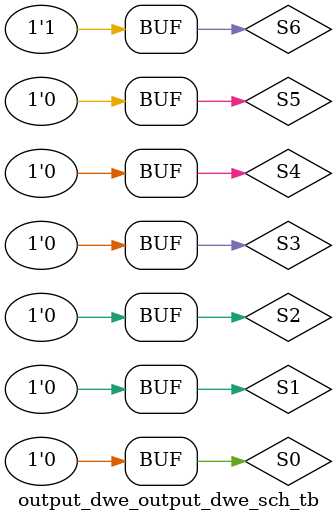
<source format=v>

`timescale 1ns / 1ps

module output_dwe_output_dwe_sch_tb();

// Inputs
   reg S1;
   reg S2;
   reg S3;
   reg S4;
   reg S5;
   reg S6;
   reg S0;

// Output
   wire LA;
	wire LB;
	wire LC;
   wire RA;
   wire RB;
   wire RC;

// Bidirs

// Instantiate the UUT
   output_dwe UUT (
		.S1(S1), 
		.S2(S2), 
		.S3(S3), 
		.S4(S4), 
		.S5(S5), 
		.S6(S6), 
		.S0(S0), 
		.LA(LA), 
		.LB(LB), 
		.LC(LC), 
		.RA(RA), 
		.RB(RB), 
		.RC(RC)
   );
// Initialize Inputs
       initial begin
		S0 = 1; S1 = 0; S2 = 0; S3 = 0; S4 = 0; S5 = 0; S6 = 0; #10;
		S0 = 0; S1 = 1; S2 = 0; S3 = 0; S4 = 0; S5 = 0; S6 = 0; #10;
		S0 = 0; S1 = 0; S2 = 1; S3 = 0; S4 = 0; S5 = 0; S6 = 0; #10;
		S0 = 0; S1 = 0; S2 = 0; S3 = 1; S4 = 0; S5 = 0; S6 = 0; #10;
		S0 = 0; S1 = 0; S2 = 0; S3 = 0; S4 = 1; S5 = 0; S6 = 0; #10;
		S0 = 0; S1 = 0; S2 = 0; S3 = 0; S4 = 0; S5 = 1; S6 = 0; #10;
		S0 = 0; S1 = 0; S2 = 0; S3 = 0; S4 = 0; S5 = 0; S6 = 1; #10;
   end
endmodule

</source>
